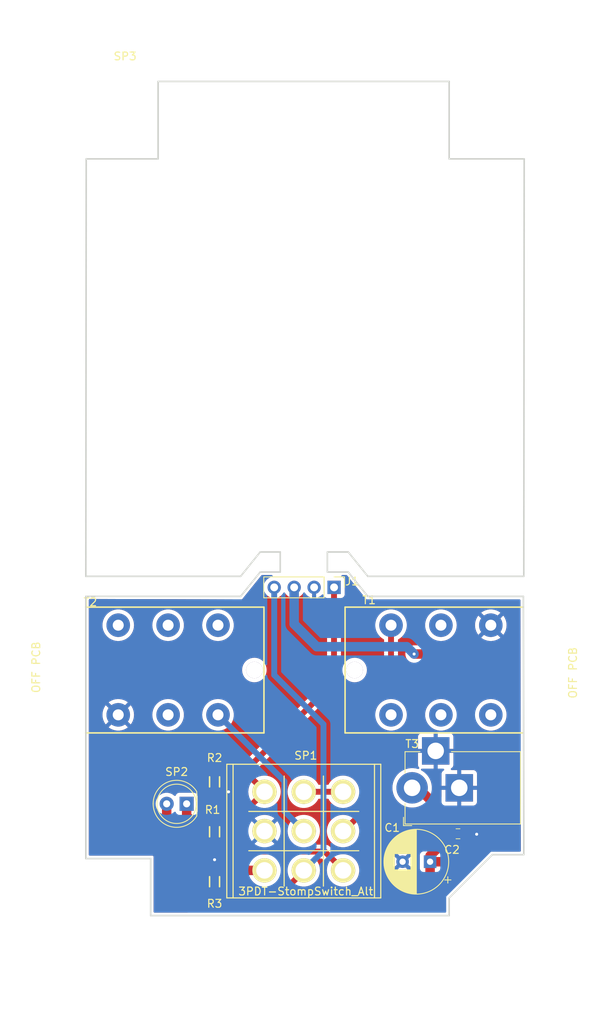
<source format=kicad_pcb>
(kicad_pcb (version 20221018) (generator pcbnew)
  (layers (0 "F.Cu" signal) (31 "B.Cu" signal) (34 "B.Paste" user) (35 "F.Paste" user) (36 "B.SilkS" user "B.Silkscreen") (37 "F.SilkS" user "F.Silkscreen") (38 "B.Mask" user) (39 "F.Mask" user) (44 "Edge.Cuts" user))
  (net 0 "")
  (net 1 "GND")
  (net 2 "+9V")
  (net 3 "Net-(R1-Pad2)")
  (net 4 "Net-(R1-Pad1)")
  (net 5 "Net-(T1-Pad5)")
  (net 6 "Net-(T1-Pad3)")
  (net 7 "Net-(T1-Pad2)")
  (net 8 "Net-(T1-Pad1)")
  (net 9 "Net-(T2-Pad5)")
  (net 10 "Net-(T2-Pad3)")
  (net 11 "Net-(T2-Pad2)")
  (net 12 "Net-(T2-Pad1)")
  (net 13 "/OUT")
  (net 14 "/IN")
  (net 15 "/Pedal_IN")
  (net 16 "/Pedal_OUT")
  (net 17 "/BYPASS")
  (footprint "AVR-KiCAD-Lib-Capacitors:C0805" (layer "F.Cu") (at 145.126 151.842)
    (fp_text reference "C2" (at -0.762 2.032 180) (layer "F.SilkS"))
    (fp_text value "CL21B104KCFNNNE" hide)
    (fp_line (start -0.254 -0.635) (end 0.254 -0.635) (stroke (width 0.1)) (layer "F.SilkS"))
    (fp_line (start -0.254 0.635) (end 0.254 0.635) (stroke (width 0.1)) (layer "F.SilkS"))
    (pad "1" smd roundrect (at -0.95 0) (size 1.321 1.524) (layers "F.Cu" "F.Paste" "F.Mask") (net 2 "+9V"))
    (pad "2" smd roundrect (at 0.95 0) (size 1.321 1.524) (layers "F.Cu" "F.Paste" "F.Mask") (net 1 "GND"))
  )
  (footprint "Connector_PinHeader_2.54mm:PinHeader_1x04_P2.54mm_Vertical" (layer "F.Cu") (at 129.35 120.5 -90)
    (fp_text reference "J1" (at -0.762 -2.286 180) (layer "F.SilkS"))
    (fp_text value "Conn_01x04_Female" hide)
    (fp_line (start -1.33 -1.33) (end 0 -1.33) (stroke (width 0.12)) (layer "F.SilkS"))
    (fp_line (start -1.33 0) (end -1.33 -1.33) (stroke (width 0.12)) (layer "F.SilkS"))
    (fp_line (start -1.33 1.27) (end -1.33 8.95) (stroke (width 0.12)) (layer "F.SilkS"))
    (fp_line (start -1.33 1.27) (end 1.33 1.27) (stroke (width 0.12)) (layer "F.SilkS"))
    (fp_line (start -1.33 8.95) (end 1.33 8.95) (stroke (width 0.12)) (layer "F.SilkS"))
    (fp_line (start 1.33 1.27) (end 1.33 8.95) (stroke (width 0.12)) (layer "F.SilkS"))
    (pad "1" thru_hole rect (at 0 0 270) (size 1.7 1.7) (drill 1) (layers "*.Cu" "*.Mask") (net 14 "/IN"))
    (pad "2" thru_hole oval (at 0 2.54 270) (size 1.7 1.7) (drill 1) (layers "*.Cu" "*.Mask") (net 1 "GND"))
    (pad "3" thru_hole oval (at 0 5.08 270) (size 1.7 1.7) (drill 1) (layers "*.Cu" "*.Mask") (net 2 "+9V"))
    (pad "4" thru_hole oval (at 0 7.62 270) (size 1.7 1.7) (drill 1) (layers "*.Cu" "*.Mask") (net 13 "/OUT"))
  )
  (footprint "AVR-KiCAD-Lib-Resistors:R1206" (layer "F.Cu") (at 114.138 151.588 90)
    (fp_text reference "R1" (at 2.794 -0.254) (layer "F.SilkS"))
    (fp_text value "RC1206FR-071KL" hide)
    (fp_line (start -0.635 -0.635) (end 0.635 -0.635) (stroke (width 0.2)) (layer "F.SilkS"))
    (fp_line (start 0.635 0.635) (end -0.635 0.635) (stroke (width 0.2)) (layer "F.SilkS"))
    (pad "1" smd roundrect (at -1.325 0 90) (size 1.1 2) (layers "F.Cu" "F.Paste" "F.Mask") (net 4 "Net-(R1-Pad1)"))
    (pad "2" smd roundrect (at 1.325 0 90) (size 1.1 2) (layers "F.Cu" "F.Paste" "F.Mask") (net 3 "Net-(R1-Pad2)"))
  )
  (footprint "AVR-KiCAD-Lib-Resistors:R1206" (layer "F.Cu") (at 114.138 145.238 -90)
    (fp_text reference "R2" (at -3.048 0 180) (layer "F.SilkS"))
    (fp_text value "RC1206FR-071ML" hide)
    (fp_line (start -0.635 -0.635) (end 0.635 -0.635) (stroke (width 0.2)) (layer "F.SilkS"))
    (fp_line (start 0.635 0.635) (end -0.635 0.635) (stroke (width 0.2)) (layer "F.SilkS"))
    (pad "1" smd roundrect (at -1.325 0 270) (size 1.1 2) (layers "F.Cu" "F.Paste" "F.Mask") (net 14 "/IN"))
    (pad "2" smd roundrect (at 1.325 0 270) (size 1.1 2) (layers "F.Cu" "F.Paste" "F.Mask") (net 1 "GND"))
  )
  (footprint "AVR-KiCAD-Lib-Resistors:R1206" (layer "F.Cu") (at 114.138 157.938 90)
    (fp_text reference "R3" (at -2.794 0) (layer "F.SilkS"))
    (fp_text value "RC1206FR-071ML" hide)
    (fp_line (start -0.635 -0.635) (end 0.635 -0.635) (stroke (width 0.2)) (layer "F.SilkS"))
    (fp_line (start 0.635 0.635) (end -0.635 0.635) (stroke (width 0.2)) (layer "F.SilkS"))
    (pad "1" smd roundrect (at -1.325 0 90) (size 1.1 2) (layers "F.Cu" "F.Paste" "F.Mask") (net 13 "/OUT"))
    (pad "2" smd roundrect (at 1.325 0 90) (size 1.1 2) (layers "F.Cu" "F.Paste" "F.Mask") (net 1 "GND"))
  )
  (footprint "AVR-KiCAD-Lib-Diodesl:LED_D5.0mm" (layer "F.Cu") (at 110.582 148.032 180)
    (fp_text reference "SP2" (at 1.27 4.064 180) (layer "F.SilkS"))
    (fp_text value "HLMP-4700-C0002" hide)
    (fp_line (start -1.29 -1.545) (end -1.29 1.545) (stroke (width 0.12)) (layer "F.SilkS"))
    (fp_arc (start -1.29 -1.54483) (mid 2.072002 -2.880433) (end 4.26 0.000462) (stroke (width 0.12)) (layer "F.SilkS"))
    (fp_arc (start 4.26 -0.000462) (mid 2.072002 2.880433) (end -1.29 1.54483) (stroke (width 0.12)) (layer "F.SilkS"))
    (fp_circle (center 1.27 0) (end 3.77 0) (stroke (width 0.12)) (fill none) (layer "F.SilkS"))
    (pad "1" thru_hole rect (at 0 0 180) (size 1.8 1.8) (drill 0.9) (layers "*.Cu" "*.Mask") (net 3 "Net-(R1-Pad2)"))
    (pad "2" thru_hole circle (at 2.54 0 180) (size 1.8 1.8) (drill 0.9) (layers "*.Cu" "*.Mask") (net 2 "+9V"))
  )
  (footprint "AVR-KiCAD-Lib-Connectors:ACJS-MHDR" (layer "F.Cu") (at 142.95 131.014)
    (fp_text reference "T1" (at -9.144 -8.89) (layer "F.SilkS"))
    (fp_text value "ACJS-MHDR")
    (fp_text user "OFF PCB" (at 16.8 0.35 90) (layer "F.SilkS"))
    (fp_line (start -12.2 -8) (end 10.5 -8) (stroke (width 0.2)) (layer "F.SilkS"))
    (fp_line (start -12.2 8) (end -12.2 -8) (stroke (width 0.2)) (layer "F.SilkS"))
    (fp_line (start -12.2 8) (end 10.5 8) (stroke (width 0.2)) (layer "F.SilkS"))
    (pad "1" thru_hole circle (at 6.35 5.7) (size 3 3) (drill 1.4) (layers "*.Cu" "*.Mask") (net 8 "Net-(T1-Pad1)"))
    (pad "2" thru_hole circle (at 0 5.7) (size 3 3) (drill 1.4) (layers "*.Cu" "*.Mask") (net 7 "Net-(T1-Pad2)"))
    (pad "3" thru_hole circle (at -6.35 5.7) (size 3 3) (drill 1.4) (layers "*.Cu" "*.Mask") (net 6 "Net-(T1-Pad3)"))
    (pad "4" thru_hole circle (at 6.35 -5.7) (size 3 3) (drill 1.4) (layers "*.Cu" "*.Mask") (net 1 "GND"))
    (pad "5" thru_hole circle (at 0 -5.7) (size 3 3) (drill 1.4) (layers "*.Cu" "*.Mask") (net 5 "Net-(T1-Pad5)"))
    (pad "6" thru_hole circle (at -6.35 -5.7) (size 3 3) (drill 1.4) (layers "*.Cu" "*.Mask") (net 15 "/Pedal_IN"))
    (pad "7" thru_hole circle (at -10.98 0) (size 2.1 2.1) (drill 2.1) (layers "*.Cu" "*.Mask"))
  )
  (footprint "AVR-KiCAD-Lib-Connectors:ACJS-MHDR" (layer "F.Cu") (at 108.225 131.014 180)
    (fp_text reference "T2" (at 9.906 8.636 180) (layer "F.SilkS"))
    (fp_text value "ACJS-MHDR")
    (fp_text user "OFF PCB" (at 16.8 0.35 270) (layer "F.SilkS"))
    (fp_line (start -12.2 -8) (end 10.5 -8) (stroke (width 0.2)) (layer "F.SilkS"))
    (fp_line (start -12.2 8) (end -12.2 -8) (stroke (width 0.2)) (layer "F.SilkS"))
    (fp_line (start -12.2 8) (end 10.5 8) (stroke (width 0.2)) (layer "F.SilkS"))
    (pad "1" thru_hole circle (at 6.35 5.7 180) (size 3 3) (drill 1.4) (layers "*.Cu" "*.Mask") (net 12 "Net-(T2-Pad1)"))
    (pad "2" thru_hole circle (at 0 5.7 180) (size 3 3) (drill 1.4) (layers "*.Cu" "*.Mask") (net 11 "Net-(T2-Pad2)"))
    (pad "3" thru_hole circle (at -6.35 5.7 180) (size 3 3) (drill 1.4) (layers "*.Cu" "*.Mask") (net 10 "Net-(T2-Pad3)"))
    (pad "4" thru_hole circle (at 6.35 -5.7 180) (size 3 3) (drill 1.4) (layers "*.Cu" "*.Mask") (net 1 "GND"))
    (pad "5" thru_hole circle (at 0 -5.7 180) (size 3 3) (drill 1.4) (layers "*.Cu" "*.Mask") (net 9 "Net-(T2-Pad5)"))
    (pad "6" thru_hole circle (at -6.35 -5.7 180) (size 3 3) (drill 1.4) (layers "*.Cu" "*.Mask") (net 16 "/Pedal_OUT"))
    (pad "7" thru_hole circle (at -10.98 0 180) (size 2.1 2.1) (drill 2.1) (layers "*.Cu" "*.Mask"))
  )
  (footprint "AVR-KiCAD-Lib-Special:Switches_Stomp_Switch_3PDT" (layer "F.Cu") (at 125.494107 151.5)
    (fp_text reference "SP1" (at 0.254 -9.604) (layer "F.SilkS"))
    (fp_text value "3PDT-StompSwitch_Alt" (at 0.254 7.668) (layer "F.SilkS"))
    (fp_line (start -9.8 -8.5) (end -9 -8.5) (stroke (width 0.15)) (layer "F.SilkS"))
    (fp_line (start -9.8 8.5) (end -9.8 -8.5) (stroke (width 0.15)) (layer "F.SilkS"))
    (fp_line (start -9 -8.5) (end 9 -8.5) (stroke (width 0.15)) (layer "F.SilkS"))
    (fp_line (start -9 8.5) (end -9.8 8.5) (stroke (width 0.15)) (layer "F.SilkS"))
    (fp_line (start -9 8.5) (end -9 -8.5) (stroke (width 0.15)) (layer "F.SilkS"))
    (fp_line (start -9 8.5) (end 9 8.5) (stroke (width 0.15)) (layer "F.SilkS"))
    (fp_line (start -7 -2.5) (end 7 -2.5) (stroke (width 0.15)) (layer "F.SilkS"))
    (fp_line (start -2.5 -7) (end -2.5 7) (stroke (width 0.15)) (layer "F.SilkS"))
    (fp_line (start 2.5 7) (end 2.5 -7) (stroke (width 0.15)) (layer "F.SilkS"))
    (fp_line (start 7 2.5) (end -7 2.5) (stroke (width 0.15)) (layer "F.SilkS"))
    (fp_line (start 9 -8.5) (end 9 0) (stroke (width 0.15)) (layer "F.SilkS"))
    (fp_line (start 9 8.5) (end 9 0) (stroke (width 0.15)) (layer "F.SilkS"))
    (fp_line (start 9.8 -8.5) (end 9 -8.5) (stroke (width 0.15)) (layer "F.SilkS"))
    (fp_line (start 9.8 8.5) (end 9 8.5) (stroke (width 0.15)) (layer "F.SilkS"))
    (fp_line (start 9.8 8.5) (end 9.8 -8.5) (stroke (width 0.15)) (layer "F.SilkS"))
    (pad "1" thru_hole circle locked (at 5 -5) (size 3.1 3.1) (drill 2.1) (layers "*.Cu" "*.Mask" "F.SilkS") (net 17 "/BYPASS"))
    (pad "2" thru_hole circle locked (at 0 -5) (size 3.1 3.1) (drill 2.1) (layers "*.Cu" "*.Mask" "F.SilkS") (net 17 "/BYPASS"))
    (pad "3" thru_hole circle locked (at -5 -5) (size 3.1 3.1) (drill 2.1) (layers "*.Cu" "*.Mask" "F.SilkS") (net 14 "/IN"))
    (pad "4" thru_hole circle locked (at 5 0) (size 3.1 3.1) (drill 2.1) (layers "*.Cu" "*.Mask" "F.SilkS") (net 15 "/Pedal_IN"))
    (pad "5" thru_hole circle locked (at 0 0) (size 3.1 3.1) (drill 2.1) (layers "*.Cu" "*.Mask" "F.SilkS") (net 16 "/Pedal_OUT"))
    (pad "6" thru_hole circle locked (at -5 0) (size 3.1 3.1) (drill 2.1) (layers "*.Cu" "*.Mask" "F.SilkS") (net 1 "GND"))
    (pad "7" thru_hole circle locked (at 5 5) (size 3.1 3.1) (drill 2.1) (layers "*.Cu" "*.Mask" "F.SilkS") (net 14 "/IN"))
    (pad "8" thru_hole circle locked (at 0 5) (size 3.1 3.1) (drill 2.1) (layers "*.Cu" "*.Mask" "F.SilkS") (net 13 "/OUT"))
    (pad "9" thru_hole circle locked (at -5 5) (size 3.1 3.1) (drill 2.1) (layers "*.Cu" "*.Mask" "F.SilkS") (net 4 "Net-(R1-Pad1)"))
  )
  (footprint "AVR-KiCAD-Lib-Capacitors:CP_Radial_D8.0mm_P3.50mm" (layer "F.Cu") (at 141.57 155.398 180)
    (fp_text reference "C1" (at 4.826 4.318 180) (layer "F.SilkS"))
    (fp_text value "UFW1H101MPD" hide)
    (fp_line (start -2.659698 -2.315) (end -1.859698 -2.315) (stroke (width 0.12)) (layer "F.SilkS"))
    (fp_line (start -2.259698 -2.715) (end -2.259698 -1.915) (stroke (width 0.12)) (layer "F.SilkS"))
    (fp_line (start 1.75 -4.08) (end 1.75 4.08) (stroke (width 0.12)) (layer "F.SilkS"))
    (fp_line (start 1.79 -4.08) (end 1.79 4.08) (stroke (width 0.12)) (layer "F.SilkS"))
    (fp_line (start 1.83 -4.08) (end 1.83 4.08) (stroke (width 0.12)) (layer "F.SilkS"))
    (fp_line (start 1.87 -4.079) (end 1.87 4.079) (stroke (width 0.12)) (layer "F.SilkS"))
    (fp_line (start 1.91 -4.077) (end 1.91 4.077) (stroke (width 0.12)) (layer "F.SilkS"))
    (fp_line (start 1.95 -4.076) (end 1.95 4.076) (stroke (width 0.12)) (layer "F.SilkS"))
    (fp_line (start 1.99 -4.074) (end 1.99 4.074) (stroke (width 0.12)) (layer "F.SilkS"))
    (fp_line (start 2.03 -4.071) (end 2.03 4.071) (stroke (width 0.12)) (layer "F.SilkS"))
    (fp_line (start 2.07 -4.068) (end 2.07 4.068) (stroke (width 0.12)) (layer "F.SilkS"))
    (fp_line (start 2.11 -4.065) (end 2.11 4.065) (stroke (width 0.12)) (layer "F.SilkS"))
    (fp_line (start 2.15 -4.061) (end 2.15 4.061) (stroke (width 0.12)) (layer "F.SilkS"))
    (fp_line (start 2.19 -4.057) (end 2.19 4.057) (stroke (width 0.12)) (layer "F.SilkS"))
    (fp_line (start 2.23 -4.052) (end 2.23 4.052) (stroke (width 0.12)) (layer "F.SilkS"))
    (fp_line (start 2.27 -4.048) (end 2.27 4.048) (stroke (width 0.12)) (layer "F.SilkS"))
    (fp_line (start 2.31 -4.042) (end 2.31 4.042) (stroke (width 0.12)) (layer "F.SilkS"))
    (fp_line (start 2.35 -4.037) (end 2.35 4.037) (stroke (width 0.12)) (layer "F.SilkS"))
    (fp_line (start 2.39 -4.03) (end 2.39 4.03) (stroke (width 0.12)) (layer "F.SilkS"))
    (fp_line (start 2.43 -4.024) (end 2.43 4.024) (stroke (width 0.12)) (layer "F.SilkS"))
    (fp_line (start 2.471 -4.017) (end 2.471 -1.04) (stroke (width 0.12)) (layer "F.SilkS"))
    (fp_line (start 2.471 1.04) (end 2.471 4.017) (stroke (width 0.12)) (layer "F.SilkS"))
    (fp_line (start 2.511 -4.01) (end 2.511 -1.04) (stroke (width 0.12)) (layer "F.SilkS"))
    (fp_line (start 2.511 1.04) (end 2.511 4.01) (stroke (width 0.12)) (layer "F.SilkS"))
    (fp_line (start 2.551 -4.002) (end 2.551 -1.04) (stroke (width 0.12)) (layer "F.SilkS"))
    (fp_line (start 2.551 1.04) (end 2.551 4.002) (stroke (width 0.12)) (layer "F.SilkS"))
    (fp_line (start 2.591 -3.994) (end 2.591 -1.04) (stroke (width 0.12)) (layer "F.SilkS"))
    (fp_line (start 2.591 1.04) (end 2.591 3.994) (stroke (width 0.12)) (layer "F.SilkS"))
    (fp_line (start 2.631 -3.985) (end 2.631 -1.04) (stroke (width 0.12)) (layer "F.SilkS"))
    (fp_line (start 2.631 1.04) (end 2.631 3.985) (stroke (width 0.12)) (layer "F.SilkS"))
    (fp_line (start 2.671 -3.976) (end 2.671 -1.04) (stroke (width 0.12)) (layer "F.SilkS"))
    (fp_line (start 2.671 1.04) (end 2.671 3.976) (stroke (width 0.12)) (layer "F.SilkS"))
    (fp_line (start 2.711 -3.967) (end 2.711 -1.04) (stroke (width 0.12)) (layer "F.SilkS"))
    (fp_line (start 2.711 1.04) (end 2.711 3.967) (stroke (width 0.12)) (layer "F.SilkS"))
    (fp_line (start 2.751 -3.957) (end 2.751 -1.04) (stroke (width 0.12)) (layer "F.SilkS"))
    (fp_line (start 2.751 1.04) (end 2.751 3.957) (stroke (width 0.12)) (layer "F.SilkS"))
    (fp_line (start 2.791 -3.947) (end 2.791 -1.04) (stroke (width 0.12)) (layer "F.SilkS"))
    (fp_line (start 2.791 1.04) (end 2.791 3.947) (stroke (width 0.12)) (layer "F.SilkS"))
    (fp_line (start 2.831 -3.936) (end 2.831 -1.04) (stroke (width 0.12)) (layer "F.SilkS"))
    (fp_line (start 2.831 1.04) (end 2.831 3.936) (stroke (width 0.12)) (layer "F.SilkS"))
    (fp_line (start 2.871 -3.925) (end 2.871 -1.04) (stroke (width 0.12)) (layer "F.SilkS"))
    (fp_line (start 2.871 1.04) (end 2.871 3.925) (stroke (width 0.12)) (layer "F.SilkS"))
    (fp_line (start 2.911 -3.914) (end 2.911 -1.04) (stroke (width 0.12)) (layer "F.SilkS"))
    (fp_line (start 2.911 1.04) (end 2.911 3.914) (stroke (width 0.12)) (layer "F.SilkS"))
    (fp_line (start 2.951 -3.902) (end 2.951 -1.04) (stroke (width 0.12)) (layer "F.SilkS"))
    (fp_line (start 2.951 1.04) (end 2.951 3.902) (stroke (width 0.12)) (layer "F.SilkS"))
    (fp_line (start 2.991 -3.889) (end 2.991 -1.04) (stroke (width 0.12)) (layer "F.SilkS"))
    (fp_line (start 2.991 1.04) (end 2.991 3.889) (stroke (width 0.12)) (layer "F.SilkS"))
    (fp_line (start 3.031 -3.877) (end 3.031 -1.04) (stroke (width 0.12)) (layer "F.SilkS"))
    (fp_line (start 3.031 1.04) (end 3.031 3.877) (stroke (width 0.12)) (layer "F.SilkS"))
    (fp_line (start 3.071 -3.863) (end 3.071 -1.04) (stroke (width 0.12)) (layer "F.SilkS"))
    (fp_line (start 3.071 1.04) (end 3.071 3.863) (stroke (width 0.12)) (layer "F.SilkS"))
    (fp_line (start 3.111 -3.85) (end 3.111 -1.04) (stroke (width 0.12)) (layer "F.SilkS"))
    (fp_line (start 3.111 1.04) (end 3.111 3.85) (stroke (width 0.12)) (layer "F.SilkS"))
    (fp_line (start 3.151 -3.835) (end 3.151 -1.04) (stroke (width 0.12)) (layer "F.SilkS"))
    (fp_line (start 3.151 1.04) (end 3.151 3.835) (stroke (width 0.12)) (layer "F.SilkS"))
    (fp_line (start 3.191 -3.821) (end 3.191 -1.04) (stroke (width 0.12)) (layer "F.SilkS"))
    (fp_line (start 3.191 1.04) (end 3.191 3.821) (stroke (width 0.12)) (layer "F.SilkS"))
    (fp_line (start 3.231 -3.805) (end 3.231 -1.04) (stroke (width 0.12)) (layer "F.SilkS"))
    (fp_line (start 3.231 1.04) (end 3.231 3.805) (stroke (width 0.12)) (layer "F.SilkS"))
    (fp_line (start 3.271 -3.79) (end 3.271 -1.04) (stroke (width 0.12)) (layer "F.SilkS"))
    (fp_line (start 3.271 1.04) (end 3.271 3.79) (stroke (width 0.12)) (layer "F.SilkS"))
    (fp_line (start 3.311 -3.774) (end 3.311 -1.04) (stroke (width 0.12)) (layer "F.SilkS"))
    (fp_line (start 3.311 1.04) (end 3.311 3.774) (stroke (width 0.12)) (layer "F.SilkS"))
    (fp_line (start 3.351 -3.757) (end 3.351 -1.04) (stroke (width 0.12)) (layer "F.SilkS"))
    (fp_line (start 3.351 1.04) (end 3.351 3.757) (stroke (width 0.12)) (layer "F.SilkS"))
    (fp_line (start 3.391 -3.74) (end 3.391 -1.04) (stroke (width 0.12)) (layer "F.SilkS"))
    (fp_line (start 3.391 1.04) (end 3.391 3.74) (stroke (width 0.12)) (layer "F.SilkS"))
    (fp_line (start 3.431 -3.722) (end 3.431 -1.04) (stroke (width 0.12)) (layer "F.SilkS"))
    (fp_line (start 3.431 1.04) (end 3.431 3.722) (stroke (width 0.12)) (layer "F.SilkS"))
    (fp_line (start 3.471 -3.704) (end 3.471 -1.04) (stroke (width 0.12)) (layer "F.SilkS"))
    (fp_line (start 3.471 1.04) (end 3.471 3.704) (stroke (width 0.12)) (layer "F.SilkS"))
    (fp_line (start 3.511 -3.686) (end 3.511 -1.04) (stroke (width 0.12)) (layer "F.SilkS"))
    (fp_line (start 3.511 1.04) (end 3.511 3.686) (stroke (width 0.12)) (layer "F.SilkS"))
    (fp_line (start 3.551 -3.666) (end 3.551 -1.04) (stroke (width 0.12)) (layer "F.SilkS"))
    (fp_line (start 3.551 1.04) (end 3.551 3.666) (stroke (width 0.12)) (layer "F.SilkS"))
    (fp_line (start 3.591 -3.647) (end 3.591 -1.04) (stroke (width 0.12)) (layer "F.SilkS"))
    (fp_line (start 3.591 1.04) (end 3.591 3.647) (stroke (width 0.12)) (layer "F.SilkS"))
    (fp_line (start 3.631 -3.627) (end 3.631 -1.04) (stroke (width 0.12)) (layer "F.SilkS"))
    (fp_line (start 3.631 1.04) (end 3.631 3.627) (stroke (width 0.12)) (layer "F.SilkS"))
    (fp_line (start 3.671 -3.606) (end 3.671 -1.04) (stroke (width 0.12)) (layer "F.SilkS"))
    (fp_line (start 3.671 1.04) (end 3.671 3.606) (stroke (width 0.12)) (layer "F.SilkS"))
    (fp_line (start 3.711 -3.584) (end 3.711 -1.04) (stroke (width 0.12)) (layer "F.SilkS"))
    (fp_line (start 3.711 1.04) (end 3.711 3.584) (stroke (width 0.12)) (layer "F.SilkS"))
    (fp_line (start 3.751 -3.562) (end 3.751 -1.04) (stroke (width 0.12)) (layer "F.SilkS"))
    (fp_line (start 3.751 1.04) (end 3.751 3.562) (stroke (width 0.12)) (layer "F.SilkS"))
    (fp_line (start 3.791 -3.54) (end 3.791 -1.04) (stroke (width 0.12)) (layer "F.SilkS"))
    (fp_line (start 3.791 1.04) (end 3.791 3.54) (stroke (width 0.12)) (layer "F.SilkS"))
    (fp_line (start 3.831 -3.517) (end 3.831 -1.04) (stroke (width 0.12)) (layer "F.SilkS"))
    (fp_line (start 3.831 1.04) (end 3.831 3.517) (stroke (width 0.12)) (layer "F.SilkS"))
    (fp_line (start 3.871 -3.493) (end 3.871 -1.04) (stroke (width 0.12)) (layer "F.SilkS"))
    (fp_line (start 3.871 1.04) (end 3.871 3.493) (stroke (width 0.12)) (layer "F.SilkS"))
    (fp_line (start 3.911 -3.469) (end 3.911 -1.04) (stroke (width 0.12)) (layer "F.SilkS"))
    (fp_line (start 3.911 1.04) (end 3.911 3.469) (stroke (width 0.12)) (layer "F.SilkS"))
    (fp_line (start 3.951 -3.444) (end 3.951 -1.04) (stroke (width 0.12)) (layer "F.SilkS"))
    (fp_line (start 3.951 1.04) (end 3.951 3.444) (stroke (width 0.12)) (layer "F.SilkS"))
    (fp_line (start 3.991 -3.418) (end 3.991 -1.04) (stroke (width 0.12)) (layer "F.SilkS"))
    (fp_line (start 3.991 1.04) (end 3.991 3.418) (stroke (width 0.12)) (layer "F.SilkS"))
    (fp_line (start 4.031 -3.392) (end 4.031 -1.04) (stroke (width 0.12)) (layer "F.SilkS"))
    (fp_line (start 4.031 1.04) (end 4.031 3.392) (stroke (width 0.12)) (layer "F.SilkS"))
    (fp_line (start 4.071 -3.365) (end 4.071 -1.04) (stroke (width 0.12)) (layer "F.SilkS"))
    (fp_line (start 4.071 1.04) (end 4.071 3.365) (stroke (width 0.12)) (layer "F.SilkS"))
    (fp_line (start 4.111 -3.338) (end 4.111 -1.04) (stroke (width 0.12)) (layer "F.SilkS"))
    (fp_line (start 4.111 1.04) (end 4.111 3.338) (stroke (width 0.12)) (layer "F.SilkS"))
    (fp_line (start 4.151 -3.309) (end 4.151 -1.04) (stroke (width 0.12)) (layer "F.SilkS"))
    (fp_line (start 4.151 1.04) (end 4.151 3.309) (stroke (width 0.12)) (layer "F.SilkS"))
    (fp_line (start 4.191 -3.28) (end 4.191 -1.04) (stroke (width 0.12)) (layer "F.SilkS"))
    (fp_line (start 4.191 1.04) (end 4.191 3.28) (stroke (width 0.12)) (layer "F.SilkS"))
    (fp_line (start 4.231 -3.25) (end 4.231 -1.04) (stroke (width 0.12)) (layer "F.SilkS"))
    (fp_line (start 4.231 1.04) (end 4.231 3.25) (stroke (width 0.12)) (layer "F.SilkS"))
    (fp_line (start 4.271 -3.22) (end 4.271 -1.04) (stroke (width 0.12)) (layer "F.SilkS"))
    (fp_line (start 4.271 1.04) (end 4.271 3.22) (stroke (width 0.12)) (layer "F.SilkS"))
    (fp_line (start 4.311 -3.189) (end 4.311 -1.04) (stroke (width 0.12)) (layer "F.SilkS"))
    (fp_line (start 4.311 1.04) (end 4.311 3.189) (stroke (width 0.12)) (layer "F.SilkS"))
    (fp_line (start 4.351 -3.156) (end 4.351 -1.04) (stroke (width 0.12)) (layer "F.SilkS"))
    (fp_line (start 4.351 1.04) (end 4.351 3.156) (stroke (width 0.12)) (layer "F.SilkS"))
    (fp_line (start 4.391 -3.124) (end 4.391 -1.04) (stroke (width 0.12)) (layer "F.SilkS"))
    (fp_line (start 4.391 1.04) (end 4.391 3.124) (stroke (width 0.12)) (layer "F.SilkS"))
    (fp_line (start 4.431 -3.09) (end 4.431 -1.04) (stroke (width 0.12)) (layer "F.SilkS"))
    (fp_line (start 4.431 1.04) (end 4.431 3.09) (stroke (width 0.12)) (layer "F.SilkS"))
    (fp_line (start 4.471 -3.055) (end 4.471 -1.04) (stroke (width 0.12)) (layer "F.SilkS"))
    (fp_line (start 4.471 1.04) (end 4.471 3.055) (stroke (width 0.12)) (layer "F.SilkS"))
    (fp_line (start 4.511 -3.019) (end 4.511 -1.04) (stroke (width 0.12)) (layer "F.SilkS"))
    (fp_line (start 4.511 1.04) (end 4.511 3.019) (stroke (width 0.12)) (layer "F.SilkS"))
    (fp_line (start 4.551 -2.983) (end 4.551 2.983) (stroke (width 0.12)) (layer "F.SilkS"))
    (fp_line (start 4.591 -2.945) (end 4.591 2.945) (stroke (width 0.12)) (layer "F.SilkS"))
    (fp_line (start 4.631 -2.907) (end 4.631 2.907) (stroke (width 0.12)) (layer "F.SilkS"))
    (fp_line (start 4.671 -2.867) (end 4.671 2.867) (stroke (width 0.12)) (layer "F.SilkS"))
    (fp_line (start 4.711 -2.826) (end 4.711 2.826) (stroke (width 0.12)) (layer "F.SilkS"))
    (fp_line (start 4.751 -2.784) (end 4.751 2.784) (stroke (width 0.12)) (layer "F.SilkS"))
    (fp_line (start 4.791 -2.741) (end 4.791 2.741) (stroke (width 0.12)) (layer "F.SilkS"))
    (fp_line (start 4.831 -2.697) (end 4.831 2.697) (stroke (width 0.12)) (layer "F.SilkS"))
    (fp_line (start 4.871 -2.651) (end 4.871 2.651) (stroke (width 0.12)) (layer "F.SilkS"))
    (fp_line (start 4.911 -2.604) (end 4.911 2.604) (stroke (width 0.12)) (layer "F.SilkS"))
    (fp_line (start 4.951 -2.556) (end 4.951 2.556) (stroke (width 0.12)) (layer "F.SilkS"))
    (fp_line (start 4.991 -2.505) (end 4.991 2.505) (stroke (width 0.12)) (layer "F.SilkS"))
    (fp_line (start 5.031 -2.454) (end 5.031 2.454) (stroke (width 0.12)) (layer "F.SilkS"))
    (fp_line (start 5.071 -2.4) (end 5.071 2.4) (stroke (width 0.12)) (layer "F.SilkS"))
    (fp_line (start 5.111 -2.345) (end 5.111 2.345) (stroke (width 0.12)) (layer "F.SilkS"))
    (fp_line (start 5.151 -2.287) (end 5.151 2.287) (stroke (width 0.12)) (layer "F.SilkS"))
    (fp_line (start 5.191 -2.228) (end 5.191 2.228) (stroke (width 0.12)) (layer "F.SilkS"))
    (fp_line (start 5.231 -2.166) (end 5.231 2.166) (stroke (width 0.12)) (layer "F.SilkS"))
    (fp_line (start 5.271 -2.102) (end 5.271 2.102) (stroke (width 0.12)) (layer "F.SilkS"))
    (fp_line (start 5.311 -2.034) (end 5.311 2.034) (stroke (width 0.12)) (layer "F.SilkS"))
    (fp_line (start 5.351 -1.964) (end 5.351 1.964) (stroke (width 0.12)) (layer "F.SilkS"))
    (fp_line (start 5.391 -1.89) (end 5.391 1.89) (stroke (width 0.12)) (layer "F.SilkS"))
    (fp_line (start 5.431 -1.813) (end 5.431 1.813) (stroke (width 0.12)) (layer "F.SilkS"))
    (fp_line (start 5.471 -1.731) (end 5.471 1.731) (stroke (width 0.12)) (layer "F.SilkS"))
    (fp_line (start 5.511 -1.645) (end 5.511 1.645) (stroke (width 0.12)) (layer "F.SilkS"))
    (fp_line (start 5.551 -1.552) (end 5.551 1.552) (stroke (width 0.12)) (layer "F.SilkS"))
    (fp_line (start 5.591 -1.453) (end 5.591 1.453) (stroke (width 0.12)) (layer "F.SilkS"))
    (fp_line (start 5.631 -1.346) (end 5.631 1.346) (stroke (width 0.12)) (layer "F.SilkS"))
    (fp_line (start 5.671 -1.229) (end 5.671 1.229) (stroke (width 0.12)) (layer "F.SilkS"))
    (fp_line (start 5.711 -1.098) (end 5.711 1.098) (stroke (width 0.12)) (layer "F.SilkS"))
    (fp_line (start 5.751 -0.948) (end 5.751 0.948) (stroke (width 0.12)) (layer "F.SilkS"))
    (fp_line (start 5.791 -0.768) (end 5.791 0.768) (stroke (width 0.12)) (layer "F.SilkS"))
    (fp_line (start 5.831 -0.533) (end 5.831 0.533) (stroke (width 0.12)) (layer "F.SilkS"))
    (fp_circle (center 1.75 0) (end 5.87 0) (stroke (width 0.12)) (fill none) (layer "F.SilkS"))
    (pad "1" thru_hole rect (at 0 0 180) (size 1.6 1.6) (drill 0.8) (layers "*.Cu" "*.Mask") (net 2 "+9V"))
    (pad "2" thru_hole circle (at 3.5 0 180) (size 1.6 1.6) (drill 0.8) (layers "*.Cu" "*.Mask") (net 1 "GND"))
  )
  (footprint "AVR-KiCAD-Lib-Connectors:BarrelJack_Horizontal" (layer "F.Cu") (at 139.284 146 180)
    (fp_text reference "T3" (at 0 5.588 180) (layer "F.SilkS"))
    (fp_text value "54-00129")
    (fp_line (start -13.8 -4.6) (end 0.9 -4.6) (stroke (width 0.12)) (layer "F.SilkS"))
    (fp_line (start -13.8 4.6) (end -13.8 -4.6) (stroke (width 0.12)) (layer "F.SilkS"))
    (fp_line (start -5 4.6) (end -13.8 4.6) (stroke (width 0.12)) (layer "F.SilkS"))
    (fp_line (start 0.05 -4.8) (end 1.1 -4.8) (stroke (width 0.12)) (layer "F.SilkS"))
    (fp_line (start 0.9 -4.6) (end 0.9 -2) (stroke (width 0.12)) (layer "F.SilkS"))
    (fp_line (start 0.9 1.9) (end 0.9 4.6) (stroke (width 0.12)) (layer "F.SilkS"))
    (fp_line (start 0.9 4.6) (end -1 4.6) (stroke (width 0.12)) (layer "F.SilkS"))
    (fp_line (start 1.1 -3.75) (end 1.1 -4.8) (stroke (width 0.12)) (layer "F.SilkS"))
    (pad "1" thru_hole circle (at 0 0 180) (size 4 4) (drill 2.1) (layers "*.Cu" "*.Mask") (net 2 "+9V"))
    (pad "2" thru_hole rect (at -6 0 180) (size 3.5 3.5) (drill 2.1) (layers "*.Cu" "*.Mask") (net 1 "GND"))
    (pad "3" thru_hole rect (at -3 4.7 180) (size 3.5 3.5) (drill 2.1) (layers "*.Cu" "*.Mask") (net 1 "GND"))
  )
  (footprint "AVR-KiCAD-Lib-Special:1590B" (layer "F.Cu") (at 100.05 161)
    (fp_text reference "SP3" (at 2.7 -108.05) (layer "F.SilkS"))
    (fp_text value "Hammond_1590B")
  )
  (gr_line (start 128.5 118.55) (end 128.5 116) (stroke (width 0.2)) (layer "Edge.Cuts"))
  (gr_line (start 122.5 118.55) (end 119.95 118.55) (stroke (width 0.2)) (layer "Edge.Cuts"))
  (gr_line (start 131.15 116) (end 128.5 116) (stroke (width 0.2)) (layer "Edge.Cuts"))
  (gr_line (start 131.15 116) (end 133.65 119.1) (stroke (width 0.2)) (layer "Edge.Cuts"))
  (gr_line (start 153.5 119.1) (end 133.65 119.1) (stroke (width 0.2)) (layer "Edge.Cuts"))
  (gr_line (start 117.45 119.1) (end 97.75 119.1) (stroke (width 0.2)) (layer "Edge.Cuts"))
  (gr_line (start 117.45 119.1) (end 119.95 116) (stroke (width 0.2)) (layer "Edge.Cuts"))
  (gr_line (start 122.5 116) (end 119.95 116) (stroke (width 0.2)) (layer "Edge.Cuts"))
  (gr_line (start 97.8 66) (end 97.75 119.1) (stroke (width 0.2)) (layer "Edge.Cuts"))
  (gr_line (start 106.95 66) (end 106.95 56.15) (stroke (width 0.2)) (layer "Edge.Cuts"))
  (gr_line (start 106.95 56.15) (end 144 56.15) (stroke (width 0.2)) (layer "Edge.Cuts"))
  (gr_line (start 153.55 66) (end 144 66) (stroke (width 0.2)) (layer "Edge.Cuts"))
  (gr_line (start 153.55 66) (end 153.5 119.1) (stroke (width 0.2)) (layer "Edge.Cuts"))
  (gr_line (start 97.75 155) (end 106 155) (stroke (width 0.2)) (layer "Edge.Cuts"))
  (gr_line (start 153.5 154.5) (end 149.5 154.5) (stroke (width 0.2)) (layer "Edge.Cuts"))
  (gr_line (start 153.5 154.5) (end 153.45 121.65) (stroke (width 0.2)) (layer "Edge.Cuts"))
  (gr_line (start 117.45 121.65) (end 119.95 118.55) (stroke (width 0.2)) (layer "Edge.Cuts"))
  (gr_line (start 131.15 118.55) (end 133.65 121.65) (stroke (width 0.2)) (layer "Edge.Cuts"))
  (gr_line (start 117.45 121.65) (end 97.75 121.65) (stroke (width 0.2)) (layer "Edge.Cuts"))
  (gr_line (start 144 160) (end 149.5 154.5) (stroke (width 0.2)) (layer "Edge.Cuts"))
  (gr_line (start 153.45 121.65) (end 133.65 121.65) (stroke (width 0.2)) (layer "Edge.Cuts"))
  (gr_line (start 131.15 118.55) (end 128.5 118.55) (stroke (width 0.2)) (layer "Edge.Cuts"))
  (gr_line (start 106 162.25) (end 144 162.25) (stroke (width 0.2)) (layer "Edge.Cuts"))
  (gr_line (start 97.75 155) (end 97.75 121.65) (stroke (width 0.2)) (layer "Edge.Cuts"))
  (gr_line (start 97.8 66) (end 106.95 66) (stroke (width 0.2)) (layer "Edge.Cuts"))
  (gr_line (start 106 162.25) (end 106 155) (stroke (width 0.2)) (layer "Edge.Cuts"))
  (gr_line (start 144 66) (end 144 56.15) (stroke (width 0.2)) (layer "Edge.Cuts"))
  (gr_line (start 122.5 118.55) (end 122.5 116) (stroke (width 0.2)) (layer "Edge.Cuts"))
  (gr_line (start 144 162.25) (end 144 160) (stroke (width 0.2)) (layer "Edge.Cuts"))
  (segment (start 114.138 156.613) (end 114.138 155.144) (width 0.75) (layer "F.Cu") (net 1))
  (segment (start 115.916 146.508) (end 114.193 146.508) (width 0.75) (layer "F.Cu") (net 1))
  (segment (start 114.193 146.508) (end 114.138 146.563) (width 0.25) (layer "F.Cu") (net 1))
  (via (at 147.5 151.9) (size 1.143) (drill 0.381) (layers "F.Cu" "B.Cu") (net 1))
  (via (at 114.138 155.144) (size 1.143) (drill 0.381) (layers "F.Cu" "B.Cu") (net 1))
  (via (at 115.916 146.508) (size 1.143) (drill 0.381) (layers "F.Cu" "B.Cu") (net 1))
  (segment (start 139.538 128.982) (end 139.538 128.982) (width 1.2) (layer "F.Cu") (net 2))
  (segment (start 146.2 133.35) (end 141.832 128.982) (width 1.2) (layer "F.Cu") (net 2))
  (segment (start 146.2 139.1) (end 146.2 133.35) (width 1.2) (layer "F.Cu") (net 2))
  (segment (start 140.046 146) (end 144.176 150.13) (width 1.2) (layer "F.Cu") (net 2))
  (segment (start 146.9 155.4) (end 149.6 152.7) (width 1.2) (layer "F.Cu") (net 2))
  (segment (start 144.176 152.03) (end 141.57 154.636) (width 1.2) (layer "F.Cu") (net 2))
  (segment (start 108.042 150.592) (end 108.042 148.032) (width 1.2) (layer "F.Cu") (net 2))
  (segment (start 139.284 146) (end 140.046 146) (width 1.2) (layer "F.Cu") (net 2))
  (segment (start 149.6 152.7) (end 149.6 142.5) (width 1.2) (layer "F.Cu") (net 2))
  (segment (start 144.176 150.13) (end 144.176 151.842) (width 1.2) (layer "F.Cu") (net 2))
  (segment (start 109.9 159.25) (end 109.9 152.45) (width 1.2) (layer "F.Cu") (net 2))
  (segment (start 141.832 128.982) (end 139.538 128.982) (width 1.2) (layer "F.Cu") (net 2))
  (segment (start 141.57 155.398) (end 141.57 159.23) (width 1.2) (layer "F.Cu") (net 2))
  (segment (start 144.176 151.842) (end 144.176 152.03) (width 1.2) (layer "F.Cu") (net 2))
  (segment (start 141.572 155.4) (end 146.9 155.4) (width 1.2) (layer "F.Cu") (net 2))
  (segment (start 141.57 159.23) (end 139.814 160.986) (width 1.2) (layer "F.Cu") (net 2))
  (segment (start 141.57 155.398) (end 141.572 155.4) (width 1.2) (layer "F.Cu") (net 2))
  (segment (start 149.6 142.5) (end 146.2 139.1) (width 1.2) (layer "F.Cu") (net 2))
  (segment (start 109.9 152.45) (end 108.042 150.592) (width 1.2) (layer "F.Cu") (net 2))
  (segment (start 139.814 160.986) (end 111.636 160.986) (width 1.2) (layer "F.Cu") (net 2))
  (segment (start 141.57 154.636) (end 141.57 155.398) (width 1.2) (layer "F.Cu") (net 2))
  (segment (start 111.636 160.986) (end 109.9 159.25) (width 1.2) (layer "F.Cu") (net 2))
  (via (at 139.538 128.982) (size 1.143) (drill 0.381) (layers "F.Cu" "B.Cu") (net 2))
  (segment (start 124.27 125.17) (end 124.27 120.5) (width 1.2) (layer "B.Cu") (net 2))
  (segment (start 139.538 128.982) (end 138.606 128.05) (width 1.2) (layer "B.Cu") (net 2))
  (segment (start 138.606 128.05) (end 127.15 128.05) (width 1.2) (layer "B.Cu") (net 2))
  (segment (start 127.15 128.05) (end 124.27 125.17) (width 1.2) (layer "B.Cu") (net 2))
  (segment (start 111.289 150.263) (end 110.582 149.556) (width 1.2) (layer "F.Cu") (net 3))
  (segment (start 110.582 149.556) (end 110.582 148.032) (width 1.2) (layer "F.Cu") (net 3))
  (segment (start 114.138 150.263) (end 111.289 150.263) (width 1.2) (layer "F.Cu") (net 3))
  (segment (start 118.288 156.5) (end 114.646 152.858) (width 1.2) (layer "F.Cu") (net 4))
  (segment (start 114.193 152.858) (end 114.138 152.913) (width 0.25) (layer "F.Cu") (net 4))
  (segment (start 120.568 156.5) (end 118.288 156.5) (width 1.2) (layer "F.Cu") (net 4))
  (segment (start 114.646 152.858) (end 114.193 152.858) (width 1.2) (layer "F.Cu") (net 4))
  (segment (start 122.805 159.263) (end 125.568 156.5) (width 0.75) (layer "F.Cu") (net 13))
  (segment (start 114.138 159.263) (end 122.805 159.263) (width 0.75) (layer "F.Cu") (net 13))
  (segment (start 128 153.994107) (end 128 137.91667) (width 0.75) (layer "B.Cu") (net 13))
  (segment (start 125.494107 156.5) (end 128 153.994107) (width 0.75) (layer "B.Cu") (net 13))
  (segment (start 128 137.91667) (end 121.73 131.64667) (width 0.75) (layer "B.Cu") (net 13))
  (segment (start 121.73 131.64667) (end 121.73 120.5) (width 0.75) (layer "B.Cu") (net 13))
  (segment (start 129.35 120.5) (end 129.35 121.3) (width 0.75) (layer "F.Cu") (net 14))
  (segment (start 120.568 146.5) (end 117.981 143.913) (width 0.75) (layer "F.Cu") (net 14))
  (segment (start 117.694 152.892707) (end 117.694 149.302) (width 0.75) (layer "F.Cu") (net 14))
  (segment (start 120.568 147.858) (end 120.568 146.5) (width 0.25) (layer "F.Cu") (net 14))
  (segment (start 128.175217 154.107217) (end 118.90851 154.107217) (width 0.75) (layer "F.Cu") (net 14))
  (segment (start 117.981 143.913) (end 114.138 143.913) (width 0.75) (layer "F.Cu") (net 14))
  (segment (start 118.90851 154.107217) (end 117.694 152.892707) (width 0.75) (layer "F.Cu") (net 14))
  (segment (start 129.342 120.508) (end 129.35 120.5) (width 0.75) (layer "F.Cu") (net 14))
  (segment (start 120.496 146.5) (end 120.568 146.5) (width 0.75) (layer "F.Cu") (net 14))
  (segment (start 120.488 146.42) (end 120.568 146.5) (width 0.25) (layer "F.Cu") (net 14))
  (segment (start 129.342 132.552) (end 129.342 120.508) (width 0.75) (layer "F.Cu") (net 14))
  (segment (start 117.981 143.913) (end 129.342 132.552) (width 0.75) (layer "F.Cu") (net 14))
  (segment (start 130.568 156.5) (end 128.175217 154.107217) (width 0.75) (layer "F.Cu") (net 14))
  (segment (start 117.694 149.302) (end 120.496 146.5) (width 0.75) (layer "F.Cu") (net 14))
  (segment (start 136.6 131.8) (end 133.45 134.95) (width 0.75) (layer "F.Cu") (net 15))
  (segment (start 130.568 151.5) (end 133.442 148.626) (width 0.75) (layer "F.Cu") (net 15))
  (segment (start 136.6 125.314) (end 136.6 131.8) (width 0.75) (layer "F.Cu") (net 15))
  (segment (start 133.442 148.626) (end 133.442 136.308) (width 0.75) (layer "F.Cu") (net 15))
  (segment (start 133.45 134.95) (end 133.45 136.4) (width 0.75) (layer "F.Cu") (net 15))
  (segment (start 125.568 151.5) (end 125.55 151.5) (width 0.75) (layer "F.Cu") (net 16))
  (segment (start 125.55 151.5) (end 123.028 148.978) (width 0.75) (layer "B.Cu") (net 16))
  (segment (start 123.028 145.167) (end 114.575 136.714) (width 0.75) (layer "B.Cu") (net 16))
  (segment (start 123.028 148.978) (end 123.028 145.167) (width 0.75) (layer "B.Cu") (net 16))
  (segment (start 125.568 146.5) (end 127.760031 146.5) (width 0.75) (layer "F.Cu") (net 17))
  (segment (start 127.760031 146.5) (end 130.568 146.5) (width 0.75) (layer "F.Cu") (net 17))
  (zone (net 1) (net_name "GND") (layer "F.Cu") (connect_pads (clearance 0.508)) (min_thickness 0.254) (fill yes (thermal_gap 0.508) (thermal_bridge_width 0.508))
    (polygon (pts (xy 144 162.25) (xy 106 162.25) (xy 106 155) (xy 97.75 155) (xy 97.75 121.65) (xy 117.45 121.65) (xy 119.95 118.55) (xy 131.15 118.55) (xy 133.65 121.65) (xy 153.45 121.65) (xy 153.5 154.45) (xy 153.5 154.5) (xy 149.5 154.5) (xy 144 160)))
  )
  (zone (net 1) (net_name "GND") (layer "B.Cu") (connect_pads (clearance 0.508)) (min_thickness 0.254) (fill yes (thermal_gap 0.508) (thermal_bridge_width 0.508))
    (polygon (pts (xy 144 162.25) (xy 106 162.25) (xy 106 155) (xy 97.75 155) (xy 97.75 121.65) (xy 117.45 121.65) (xy 119.95 118.55) (xy 131.15 118.55) (xy 133.65 121.65) (xy 153.45 121.65) (xy 153.5 154.45) (xy 149.55 154.45) (xy 144 160)))
  )
)
</source>
